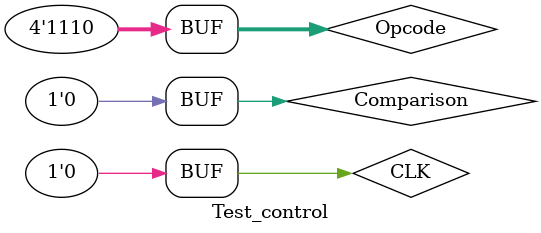
<source format=v>
`timescale 1ns / 1ps


module Test_control;

	// Inputs
	reg CLK;
	reg [3:0] Opcode;
	reg Comparison;

	// Outputs
	wire [1:0] PCSrc;
	wire PCWrite;
	wire [1:0] MAddr;
	wire MDin;
	wire MRead;
	wire MWrite;
	wire [1:0] RFWA;
	wire [2:0] RFWD;
	wire RFRead;
	wire RDWrite;
	wire SPWrite;
	wire AWrite;
	wire BWrite;
	wire ALUInA;
	wire [1:0] ALUInB;
	wire [3:0] ALUOp;
	wire ALUOutWrite;
	wire Branch;
	wire SPRel;
	wire PshPop;

	// Instantiate the Unit Under Test (UUT)
	AluTheGOD uut (
		.CLK(CLK), 
		.Opcode(Opcode), 
		.Comparison(Comparison), 
		.PCSrc(PCSrc), 
		.PCWrite(PCWrite), 
		.MAddr(MAddr), 
		.MDin(MDin), 
		.MRead(MRead), 
		.MWrite(MWrite), 
		.RFWA(RFWA), 
		.RFWD(RFWD), 
		.RFRead(RFRead), 
		.RDWrite(RDWrite), 
		.SPWrite(SPWrite), 
		.AWrite(AWrite), 
		.BWrite(BWrite), 
		.ALUInA(ALUInA), 
		.ALUInB(ALUInB), 
		.ALUOp(ALUOp), 
		.ALUOutWrite(ALUOutWrite), 
		.Branch(Branch), 
		.SPRel(SPRel), 
		.PshPop(PshPop),
		.CrtState(CrtState)
	);

	initial begin
		// Initialize Inputs
		CLK = 0;
		Opcode = 0;
		Comparison = 0;
		
		// Wait 100 ns for global reset to finish
		#100;
		
		
//FETCH TEST
		if(PCWrite==1 & PCSrc==1 & MAddr == 1 & MRead == 1) 
			$display("Fetch Works");
		else
			$display("Fetch FAILS!!!!!!!!!!!!!!!!!!!!!!!");
		
		CLK = 0;
		
		
		
//DECODE TEST
		Opcode = 4'h5;
		#10
		CLK = 1;
		#10
		if(RFRead == 1 & AWrite == 1 & BWrite == 1)
			$display("Decode Pass");
		else
			$display("Decode FAILS!!!!!!!!!!!!!!!!!");
		#10
		CLK=0;
		


//R-TYPE 1 TEST
		#10
		CLK = 1;
		#10
		if(ALUInA == 1'b1 & ALUInB == 2'b00 & ALUOutWrite == 1'b1 & ALUOp == 4'h3)
			$display("R-Type 1 Pass");
		else
			$display("R-Type 1 FAILS!!!!!!!!!!!!!!!!!");
		#10
		CLK=0;
		
//R-TYPE 2 TEST		
		#10
		CLK = 1;
		#10
		if(RFWA==0 & RFWD ==2'b11 & RDWrite ==1 )
			$display("R-TYPE 2 Pass");
		else
			$display("R-RYPE 2 FAILS!!!!!!!!!!!!!!!!!");
		#10
		CLK=0;
		
//RETURN TO FETCH TEST

		#10
		CLK = 1;
		#10
		if(PCWrite ==1 & PCSrc == 1 & MAddr == 1 & MRead==1)
			$display("RETURN TO FETCH Pass");
		else
			$display("RETURN TO FETCH FAILS!!!!!!!!!!!!!!!!!");
		#10
		
//DECODE PHASE
		CLK=0;
		Opcode = 4'h1;
		#10
		CLK=1;
		#10
		CLK=0;
		#10
		
//SW TEST
		CLK = 1;
		#10
		if(MDin == 1 & MAddr == 2'b11 & MWrite == 1)
			$display("SW Pass");
		else
			$display("SW FAILS!!!!!!!!!!!!!!!!!");
		#10
		CLK=0;
		
//Through fetch and decode
		#10
		CLK=1;		//Fetch
		Opcode = 4'h0;	//New Opcode
		#10
		CLK=0;
		#10
		CLK=1;		//Decode
		#10
		CLK=0;
		#10
		
//LW 1 TEST
		CLK = 1;
		#10
		if(MAddr == 2'b00 & MRead == 1)
			$display("LW 1 Pass");
		else
			$display("LW 1 FAILS!!!!!!!!!!!!!!!!!");
		#10
		CLK=0;
		#10
		
//LW 2 TEST
		CLK = 1;
		#10
		if(RFWD==0 & RDWrite ==1 & RFWA==0)
			$display("LW 2 Pass");
		else
			$display("LW 2 FAILS!!!!!!!!!!!!!!!!!");
		#10
		CLK=0;
		
//Through fetch and decode
		#10
		CLK=1;		//Fetch
		Opcode = 4'h3;	//New Opcode
		#10
		CLK=0;
		#10
		CLK=1;		//Decode
		#10
		CLK=0;
		#10	
		
//J TEST
		CLK = 1;
		#10
		if(PCSrc == 2'b00)
			$display("J Pass");
		else
			$display("J FAILS!!!!!!!!!!!!!!!!!");
		#10
		CLK=0;

//Through fetch and decode
		#10
		CLK=1;		//Fetch
		Opcode = 4'h7;	//New Opcode
		#10
		CLK=0;
		#10
		CLK=1;		//Decode
		#10
		CLK=0;
		#10

//LI TEST
		CLK = 1;
		#10
		if(RFWA == 2'b10 & RFWD ==3'b100 & RDWrite == 1)
			$display("LI Pass");
		else
			$display("LI FAILS!!!!!!!!!!!!!!!!!");
		#10
		CLK=0;

//Through fetch and decode
		#10
		CLK=1;		//Fetch
		Opcode = 4'hF;	//New Opcode
		#10
		CLK=0;
		#10
		CLK=1;		//Decode
		#10
		CLK=0;
		#10
		
//MOV TEST
		CLK = 1;
		#10
		if(RFWD == 3'b010 & RFWA == 0 & RDWrite == 1)
			$display("MOV Pass");
		else
			$display("MOV FAILS!!!!!!!!!!!!!!!!!");
		#10
		CLK=0;
		
//Through fetch and decode
		#10
		CLK=1;		//Fetch
		Opcode = 4'h4;	//New Opcode
		#10
		CLK=0;
		#10
		CLK=1;		//Decode
		#10
		CLK=0;
		Comparison = 1;
		#10

//BEQ 1 TEST
		CLK = 1;
		#10
		if(ALUOp == 4'h5 & ALUInA == 1 & ALUInB ==0)
			$display("BEQ 1 Pass");
		else
			$display("BEQ 1 FAILS!!!!!!!!!!!!!!!!!");
		#10
		
		CLK=0;				
		#10
		
//BEQ 2 TEST
		CLK = 1;
		#10
		Comparison =0;
		if(PCWrite ==0 & PCSrc == 2'b10 & Branch ==1)
			$display("BEQ 2 Pass");
		else
			$display("BEQ 2 FAILS!!!!!!!!!!!!!!!!!");
		#10
		CLK=0;
		
//Through fetch and decode
		#10
		CLK=1;		//Fetch
		Opcode = 4'hC;	//New Opcode
		#10
		CLK=0;
		#10
		CLK=1;		//Decode
		#10
		CLK=0;
		#10

//JAL TEST
		CLK = 1;
		#10
		if(RFWD == 3'b001 & RFWA == 2'b01 & RDWrite == 1 & PCSrc == 2'b00 & PCWrite ==1)
			$display("JAL Pass");
		else
			$display("JAL FAILS!!!!!!!!!!!!!!!!!");
		#10
		
		CLK=0;	
//Through fetch and decode
		#10
		CLK=1;		//Fetch
		Opcode = 4'hD;	//New Opcode
		#10
		CLK=0;
		#10
		CLK=1;		//Decode
		#10
		CLK=0;
		#10

//PUSH TEST
		CLK = 1;
		#10
		if(PshPop==0 & MAddr == 2'b01 & SPWrite == 1 & MDin == 1 & MWrite ==1)
			$display("PUSH Pass");
		else
			$display("PUSH FAILS!!!!!!!!!!!!!!!!!");
		#10
		
		CLK=0;	

//Through fetch and decode
		#10
		CLK=1;		//Fetch
		Opcode = 4'hE;	//New Opcode
		#10
		CLK=0;
		#10
		CLK=1;		//Decode
		#10
		CLK=0;
		#10

//POP1 TEST
		CLK = 1;
		#10
		if(PshPop==1 & MAddr == 2'b01 & SPWrite == 1 & MRead ==1)
			$display("POP1 Pass");
		else
			$display("POP1 FAILS!!!!!!!!!!!!!!!!!");
		#10
		CLK=0;
		#10
		
//POP2 TEST
		CLK = 1;
		#10
		if(RFWD ==0 & RFWA==0 & RDWrite == 1)
			$display("POP2 Pass");
		else
			$display("POP2 FAILS!!!!!!!!!!!!!!!!!");
		#10
		CLK=0;


$display("Testing Complete");


		
	end
      
endmodule


</source>
